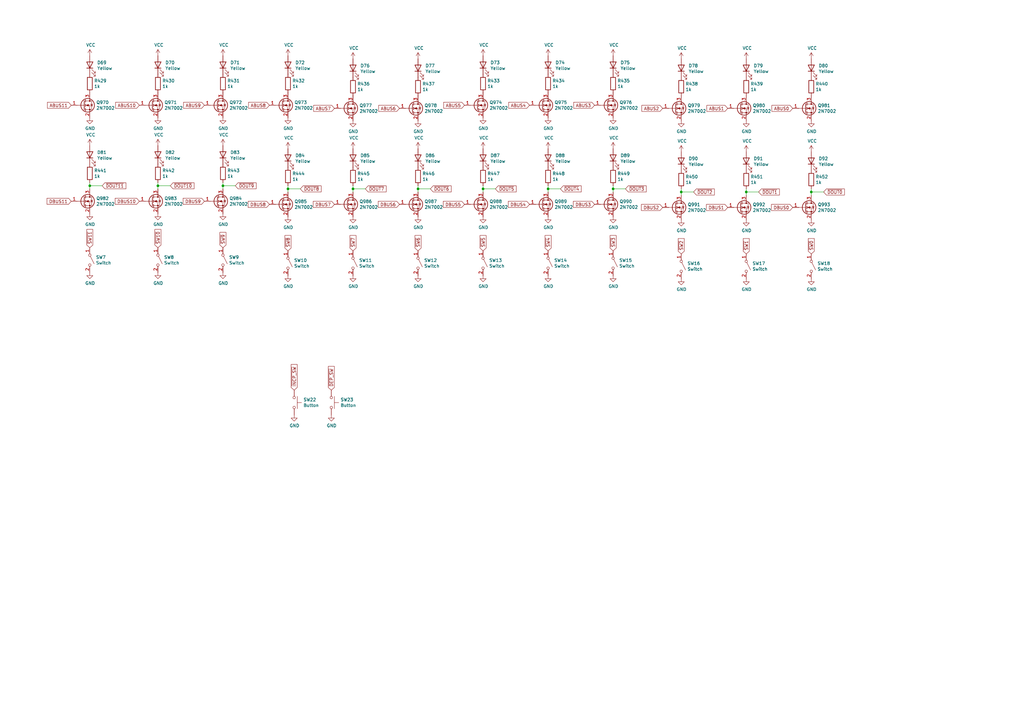
<source format=kicad_sch>
(kicad_sch (version 20211123) (generator eeschema)
  (paper "A3")
  (title_block (title "Q2 Computer") (date "2022-04-16") (rev "4c") (company "joewing.net"))
  (junction (at 224.79 77.47))
  (junction (at 306.07 78.74))
  (junction (at 171.45 77.47))
  (junction (at 91.44 76.2))
  (junction (at 198.12 77.47))
  (junction (at 144.78 77.47))
  (junction (at 64.77 76.2))
  (junction (at 332.74 78.74))
  (junction (at 118.11 77.47))
  (junction (at 36.83 76.2))
  (junction (at 279.4 78.74))
  (junction (at 251.46 77.47))
  (wire (pts (xy 171.45 76.2) (xy 171.45 77.47)))
  (wire (pts (xy 198.12 77.47) (xy 198.12 78.74)))
  (wire (pts (xy 41.91 76.2) (xy 36.83 76.2)))
  (wire (pts (xy 337.82 78.74) (xy 332.74 78.74)))
  (wire (pts (xy 198.12 76.2) (xy 198.12 77.47)))
  (wire (pts (xy 203.2 77.47) (xy 198.12 77.47)))
  (wire (pts (xy 36.83 76.2) (xy 36.83 77.47)))
  (wire (pts (xy 306.07 78.74) (xy 306.07 80.01)))
  (wire (pts (xy 224.79 76.2) (xy 224.79 77.47)))
  (wire (pts (xy 279.4 78.74) (xy 279.4 80.01)))
  (wire (pts (xy 91.44 76.2) (xy 91.44 77.47)))
  (wire (pts (xy 64.77 76.2) (xy 64.77 77.47)))
  (wire (pts (xy 118.11 76.2) (xy 118.11 77.47)))
  (wire (pts (xy 36.83 74.93) (xy 36.83 76.2)))
  (wire (pts (xy 69.85 76.2) (xy 64.77 76.2)))
  (wire (pts (xy 251.46 76.2) (xy 251.46 77.47)))
  (wire (pts (xy 96.52 76.2) (xy 91.44 76.2)))
  (wire (pts (xy 311.15 78.74) (xy 306.07 78.74)))
  (wire (pts (xy 64.77 74.93) (xy 64.77 76.2)))
  (wire (pts (xy 332.74 78.74) (xy 332.74 80.01)))
  (wire (pts (xy 176.53 77.47) (xy 171.45 77.47)))
  (wire (pts (xy 256.54 77.47) (xy 251.46 77.47)))
  (wire (pts (xy 171.45 77.47) (xy 171.45 78.74)))
  (wire (pts (xy 123.19 77.47) (xy 118.11 77.47)))
  (wire (pts (xy 332.74 77.47) (xy 332.74 78.74)))
  (wire (pts (xy 91.44 74.93) (xy 91.44 76.2)))
  (wire (pts (xy 251.46 77.47) (xy 251.46 78.74)))
  (wire (pts (xy 229.87 77.47) (xy 224.79 77.47)))
  (wire (pts (xy 306.07 77.47) (xy 306.07 78.74)))
  (wire (pts (xy 284.48 78.74) (xy 279.4 78.74)))
  (wire (pts (xy 279.4 77.47) (xy 279.4 78.74)))
  (wire (pts (xy 224.79 77.47) (xy 224.79 78.74)))
  (wire (pts (xy 149.86 77.47) (xy 144.78 77.47)))
  (wire (pts (xy 118.11 77.47) (xy 118.11 78.74)))
  (wire (pts (xy 144.78 77.47) (xy 144.78 78.74)))
  (wire (pts (xy 144.78 76.2) (xy 144.78 77.47)))
  (global_label "~{SW6}" (shape input) (at 171.45 102.87 90) (property "Intersheet References" "${INTERSHEET_REFS}" (effects hide)))
  (global_label "~{SW2}" (shape input) (at 279.4 104.14 90) (property "Intersheet References" "${INTERSHEET_REFS}" (effects hide)))
  (global_label "ABUS0" (shape input) (at 325.12 44.45 180) (property "Intersheet References" "${INTERSHEET_REFS}" (effects hide)))
  (global_label "~{DOUT3}" (shape input) (at 256.54 77.47 0) (property "Intersheet References" "${INTERSHEET_REFS}" (effects hide)))
  (global_label "~{SW7}" (shape input) (at 144.78 102.87 90) (property "Intersheet References" "${INTERSHEET_REFS}" (effects hide)))
  (global_label "~{DOUT0}" (shape input) (at 337.82 78.74 0) (property "Intersheet References" "${INTERSHEET_REFS}" (effects hide)))
  (global_label "DBUS0" (shape input) (at 325.12 85.09 180) (property "Intersheet References" "${INTERSHEET_REFS}" (effects hide)))
  (global_label "ABUS1" (shape input) (at 298.45 44.45 180) (property "Intersheet References" "${INTERSHEET_REFS}" (effects hide)))
  (global_label "~{SW10}" (shape input) (at 64.77 101.6 90) (property "Intersheet References" "${INTERSHEET_REFS}" (effects hide)))
  (global_label "~{DOUT9}" (shape input) (at 96.52 76.2 0) (property "Intersheet References" "${INTERSHEET_REFS}" (effects hide)))
  (global_label "~{DOUT8}" (shape input) (at 123.19 77.47 0) (property "Intersheet References" "${INTERSHEET_REFS}" (effects hide)))
  (global_label "~{SW4}" (shape input) (at 224.79 102.87 90) (property "Intersheet References" "${INTERSHEET_REFS}" (effects hide)))
  (global_label "~{DEP_SW}" (shape input) (at 135.89 160.02 90) (property "Intersheet References" "${INTERSHEET_REFS}" (effects hide)))
  (global_label "ABUS5" (shape input) (at 190.5 43.18 180) (property "Intersheet References" "${INTERSHEET_REFS}" (effects hide)))
  (global_label "DBUS11" (shape input) (at 29.21 82.55 180) (property "Intersheet References" "${INTERSHEET_REFS}" (effects hide)))
  (global_label "DBUS9" (shape input) (at 83.82 82.55 180) (property "Intersheet References" "${INTERSHEET_REFS}" (effects hide)))
  (global_label "DBUS10" (shape input) (at 57.15 82.55 180) (property "Intersheet References" "${INTERSHEET_REFS}" (effects hide)))
  (global_label "DBUS8" (shape input) (at 110.49 83.82 180) (property "Intersheet References" "${INTERSHEET_REFS}" (effects hide)))
  (global_label "ABUS8" (shape input) (at 110.49 43.18 180) (property "Intersheet References" "${INTERSHEET_REFS}" (effects hide)))
  (global_label "~{DOUT10}" (shape input) (at 69.85 76.2 0) (property "Intersheet References" "${INTERSHEET_REFS}" (effects hide)))
  (global_label "~{SW3}" (shape input) (at 251.46 102.87 90) (property "Intersheet References" "${INTERSHEET_REFS}" (effects hide)))
  (global_label "ABUS10" (shape input) (at 57.15 43.18 180) (property "Intersheet References" "${INTERSHEET_REFS}" (effects hide)))
  (global_label "~{DOUT11}" (shape input) (at 41.91 76.2 0) (property "Intersheet References" "${INTERSHEET_REFS}" (effects hide)))
  (global_label "DBUS6" (shape input) (at 163.83 83.82 180) (property "Intersheet References" "${INTERSHEET_REFS}" (effects hide)))
  (global_label "~{DOUT4}" (shape input) (at 229.87 77.47 0) (property "Intersheet References" "${INTERSHEET_REFS}" (effects hide)))
  (global_label "ABUS3" (shape input) (at 243.84 43.18 180) (property "Intersheet References" "${INTERSHEET_REFS}" (effects hide)))
  (global_label "~{DOUT6}" (shape input) (at 176.53 77.47 0) (property "Intersheet References" "${INTERSHEET_REFS}" (effects hide)))
  (global_label "~{SW5}" (shape input) (at 198.12 102.87 90) (property "Intersheet References" "${INTERSHEET_REFS}" (effects hide)))
  (global_label "ABUS4" (shape input) (at 217.17 43.18 180) (property "Intersheet References" "${INTERSHEET_REFS}" (effects hide)))
  (global_label "~{SW0}" (shape input) (at 332.74 104.14 90) (property "Intersheet References" "${INTERSHEET_REFS}" (effects hide)))
  (global_label "ABUS11" (shape input) (at 29.21 43.18 180) (property "Intersheet References" "${INTERSHEET_REFS}" (effects hide)))
  (global_label "DBUS7" (shape input) (at 137.16 83.82 180) (property "Intersheet References" "${INTERSHEET_REFS}" (effects hide)))
  (global_label "ABUS6" (shape input) (at 163.83 44.45 180) (property "Intersheet References" "${INTERSHEET_REFS}" (effects hide)))
  (global_label "~{SW9}" (shape input) (at 91.44 101.6 90) (property "Intersheet References" "${INTERSHEET_REFS}" (effects hide)))
  (global_label "~{SW8}" (shape input) (at 118.11 102.87 90) (property "Intersheet References" "${INTERSHEET_REFS}" (effects hide)))
  (global_label "~{SW1}" (shape input) (at 306.07 104.14 90) (property "Intersheet References" "${INTERSHEET_REFS}" (effects hide)))
  (global_label "~{DOUT2}" (shape input) (at 284.48 78.74 0) (property "Intersheet References" "${INTERSHEET_REFS}" (effects hide)))
  (global_label "~{DOUT5}" (shape input) (at 203.2 77.47 0) (property "Intersheet References" "${INTERSHEET_REFS}" (effects hide)))
  (global_label "DBUS1" (shape input) (at 298.45 85.09 180) (property "Intersheet References" "${INTERSHEET_REFS}" (effects hide)))
  (global_label "DBUS2" (shape input) (at 271.78 85.09 180) (property "Intersheet References" "${INTERSHEET_REFS}" (effects hide)))
  (global_label "~{INCP_SW}" (shape input) (at 120.65 160.02 90) (property "Intersheet References" "${INTERSHEET_REFS}" (effects hide)))
  (global_label "~{DOUT1}" (shape input) (at 311.15 78.74 0) (property "Intersheet References" "${INTERSHEET_REFS}" (effects hide)))
  (global_label "~{DOUT7}" (shape input) (at 149.86 77.47 0) (property "Intersheet References" "${INTERSHEET_REFS}" (effects hide)))
  (global_label "ABUS9" (shape input) (at 83.82 43.18 180) (property "Intersheet References" "${INTERSHEET_REFS}" (effects hide)))
  (global_label "DBUS3" (shape input) (at 243.84 83.82 180) (property "Intersheet References" "${INTERSHEET_REFS}" (effects hide)))
  (global_label "ABUS2" (shape input) (at 271.78 44.45 180) (property "Intersheet References" "${INTERSHEET_REFS}" (effects hide)))
  (global_label "ABUS7" (shape input) (at 137.16 44.45 180) (property "Intersheet References" "${INTERSHEET_REFS}" (effects hide)))
  (global_label "~{SW11}" (shape input) (at 36.83 101.6 90) (property "Intersheet References" "${INTERSHEET_REFS}" (effects hide)))
  (global_label "DBUS4" (shape input) (at 217.17 83.82 180) (property "Intersheet References" "${INTERSHEET_REFS}" (effects hide)))
  (global_label "DBUS5" (shape input) (at 190.5 83.82 180) (property "Intersheet References" "${INTERSHEET_REFS}" (effects hide)))
  (symbol (lib_id "Device:LED") (at 36.83 26.67 90) (unit 1)
    (property "Reference" "D69" (at 39.8272 25.6794 90) (effects (justify right)))
    (property "Value" "Yellow" (at 39.8272 27.9908 90) (effects (justify right)))
    (property "Footprint" "LED_SMD:LED_0805_2012Metric" (effects hide))
    (property "LCSC" "C2296" (effects hide))
    (property "Manufacturer" "Hubei KENTO Elec" (effects hide))
    (property "Part Number" "17-21SUYC/TR8" (effects hide))
    (property "Package" "0805" (effects hide))
    (property "Type" "SMD" (effects hide))
  )
  (symbol (lib_id "Device:R") (at 36.83 34.29 0) (unit 1)
    (property "Reference" "R429" (at 38.608 33.1216 0) (effects (justify left)))
    (property "Value" "1k" (at 38.608 35.433 0) (effects (justify left)))
    (property "Footprint" "Resistor_SMD:R_0603_1608Metric" (effects hide))
    (property "LCSC" "C21190" (effects hide))
    (property "Manufacturer" "UNI-ROYAL(Uniroyal Elec)" (effects hide))
    (property "Part Number" "0603WAF1001T5E" (effects hide))
    (property "Package" "0603" (effects hide))
    (property "Type" "SMD" (effects hide))
  )
  (symbol (lib_id "power:VCC") (at 36.83 22.86 0) (unit 1)
    (property "Reference" "#PWR0821" (effects hide))
    (property "Value" "VCC" (at 37.211 18.4658 0))
  )
  (symbol (lib_id "Transistor_FET:2N7002") (at 34.29 43.18 0) (unit 1)
    (property "Reference" "Q970" (at 39.4716 42.0116 0) (effects (justify left)))
    (property "Value" "2N7002" (at 39.4716 44.323 0) (effects (justify left)))
    (property "Footprint" "Package_TO_SOT_SMD:SOT-23" (effects hide))
    (property "LCSC" "C181083" (effects hide))
    (property "Manufacturer" "Guangdong Hottech" (effects hide))
    (property "Part Number" "2N7002" (effects hide))
    (property "Package" "SOT-23" (effects hide))
    (property "Type" "SMD" (effects hide))
  )
  (symbol (lib_id "power:GND") (at 36.83 48.26 0) (unit 1)
    (property "Reference" "#PWR0833" (effects hide))
    (property "Value" "GND" (at 36.957 52.6542 0))
  )
  (symbol (lib_id "Device:LED") (at 36.83 63.5 90) (unit 1)
    (property "Reference" "D81" (at 39.8272 62.5094 90) (effects (justify right)))
    (property "Value" "Yellow" (at 39.8272 64.8208 90) (effects (justify right)))
    (property "Footprint" "LED_SMD:LED_0805_2012Metric" (effects hide))
    (property "LCSC" "C2296" (effects hide))
    (property "Manufacturer" "Hubei KENTO Elec" (effects hide))
    (property "Part Number" "17-21SUYC/TR8" (effects hide))
    (property "Package" "0805" (effects hide))
    (property "Type" "SMD" (effects hide))
  )
  (symbol (lib_id "Device:R") (at 36.83 71.12 0) (unit 1)
    (property "Reference" "R441" (at 38.608 69.9516 0) (effects (justify left)))
    (property "Value" "1k" (at 38.608 72.263 0) (effects (justify left)))
    (property "Footprint" "Resistor_SMD:R_0603_1608Metric" (effects hide))
    (property "LCSC" "C21190" (effects hide))
    (property "Manufacturer" "UNI-ROYAL(Uniroyal Elec)" (effects hide))
    (property "Part Number" "0603WAF1001T5E" (effects hide))
    (property "Package" "0603" (effects hide))
    (property "Type" "SMD" (effects hide))
  )
  (symbol (lib_id "power:VCC") (at 36.83 59.69 0) (unit 1)
    (property "Reference" "#PWR0845" (effects hide))
    (property "Value" "VCC" (at 37.211 55.2958 0))
  )
  (symbol (lib_id "Transistor_FET:2N7002") (at 34.29 82.55 0) (unit 1)
    (property "Reference" "Q982" (at 39.4716 81.3816 0) (effects (justify left)))
    (property "Value" "2N7002" (at 39.4716 83.693 0) (effects (justify left)))
    (property "Footprint" "Package_TO_SOT_SMD:SOT-23" (effects hide))
    (property "LCSC" "C181083" (effects hide))
    (property "Manufacturer" "Guangdong Hottech" (effects hide))
    (property "Part Number" "2N7002" (effects hide))
    (property "Package" "SOT-23" (effects hide))
    (property "Type" "SMD" (effects hide))
  )
  (symbol (lib_id "power:GND") (at 36.83 87.63 0) (unit 1)
    (property "Reference" "#PWR0857" (effects hide))
    (property "Value" "GND" (at 36.957 92.0242 0))
  )
  (symbol (lib_id "Switch:SW_SPST") (at 36.83 106.68 270) (unit 1)
    (property "Reference" "SW7" (at 39.3192 105.5116 90) (effects (justify left)))
    (property "Value" "Switch" (at 39.3192 107.823 90) (effects (justify left)))
    (property "Footprint" "Button_Switch_SMD:TA-3524S-A2" (effects hide))
    (property "LCSC" "C514017" (effects hide))
    (property "Manufacturer" "Yuandi" (effects hide))
    (property "Part Number" "TA-3524S-A2" (effects hide))
    (property "Package" "6.6x2.7x2mm" (effects hide))
    (property "Type" "SMD" (effects hide))
  )
  (symbol (lib_id "power:GND") (at 36.83 111.76 0) (unit 1)
    (property "Reference" "#PWR0869" (effects hide))
    (property "Value" "GND" (at 36.957 116.1542 0))
  )
  (symbol (lib_id "Switch:SW_Push") (at 120.65 165.1 270) (unit 1)
    (property "Reference" "SW22" (at 124.4092 163.9316 90) (effects (justify left)))
    (property "Value" "Button" (at 124.4092 166.243 90) (effects (justify left)))
    (property "Footprint" "Button_Switch_SMD:SW_SPST_PTS645" (effects hide))
    (property "LCSC" "C620316" (effects hide))
    (property "Manufacturer" "USAKRO" (effects hide))
    (property "Part Number" "UK-B0228-G5-160-JZ" (effects hide))
    (property "Package" "6x6mm" (effects hide))
    (property "Type" "SMD" (effects hide))
  )
  (symbol (lib_id "power:GND") (at 120.65 170.18 0) (unit 1)
    (property "Reference" "#PWR0888" (effects hide))
    (property "Value" "GND" (at 120.777 174.5742 0))
  )
  (symbol (lib_id "Switch:SW_SPST") (at 64.77 106.68 270) (unit 1)
    (property "Reference" "SW8" (at 67.2592 105.5116 90) (effects (justify left)))
    (property "Value" "Switch" (at 67.2592 107.823 90) (effects (justify left)))
    (property "Footprint" "Button_Switch_SMD:TA-3524S-A2" (effects hide))
    (property "LCSC" "C514017" (effects hide))
    (property "Manufacturer" "Yuandi" (effects hide))
    (property "Part Number" "TA-3524S-A2" (effects hide))
    (property "Package" "6.6x2.7x2mm" (effects hide))
    (property "Type" "SMD" (effects hide))
  )
  (symbol (lib_id "power:GND") (at 64.77 111.76 0) (unit 1)
    (property "Reference" "#PWR0870" (effects hide))
    (property "Value" "GND" (at 64.897 116.1542 0))
  )
  (symbol (lib_id "Device:LED") (at 64.77 26.67 90) (unit 1)
    (property "Reference" "D70" (at 67.7672 25.6794 90) (effects (justify right)))
    (property "Value" "Yellow" (at 67.7672 27.9908 90) (effects (justify right)))
    (property "Footprint" "LED_SMD:LED_0805_2012Metric" (effects hide))
    (property "LCSC" "C2296" (effects hide))
    (property "Manufacturer" "Hubei KENTO Elec" (effects hide))
    (property "Part Number" "17-21SUYC/TR8" (effects hide))
    (property "Package" "0805" (effects hide))
    (property "Type" "SMD" (effects hide))
  )
  (symbol (lib_id "Device:R") (at 64.77 34.29 0) (unit 1)
    (property "Reference" "R430" (at 66.548 33.1216 0) (effects (justify left)))
    (property "Value" "1k" (at 66.548 35.433 0) (effects (justify left)))
    (property "Footprint" "Resistor_SMD:R_0603_1608Metric" (effects hide))
    (property "LCSC" "C21190" (effects hide))
    (property "Manufacturer" "UNI-ROYAL(Uniroyal Elec)" (effects hide))
    (property "Part Number" "0603WAF1001T5E" (effects hide))
    (property "Package" "0603" (effects hide))
    (property "Type" "SMD" (effects hide))
  )
  (symbol (lib_id "power:VCC") (at 64.77 22.86 0) (unit 1)
    (property "Reference" "#PWR0822" (effects hide))
    (property "Value" "VCC" (at 65.151 18.4658 0))
  )
  (symbol (lib_id "power:GND") (at 64.77 48.26 0) (unit 1)
    (property "Reference" "#PWR0834" (effects hide))
    (property "Value" "GND" (at 64.897 52.6542 0))
  )
  (symbol (lib_id "Device:LED") (at 64.77 63.5 90) (unit 1)
    (property "Reference" "D82" (at 67.7672 62.5094 90) (effects (justify right)))
    (property "Value" "Yellow" (at 67.7672 64.8208 90) (effects (justify right)))
    (property "Footprint" "LED_SMD:LED_0805_2012Metric" (effects hide))
    (property "LCSC" "C2296" (effects hide))
    (property "Manufacturer" "Hubei KENTO Elec" (effects hide))
    (property "Part Number" "17-21SUYC/TR8" (effects hide))
    (property "Package" "0805" (effects hide))
    (property "Type" "SMD" (effects hide))
  )
  (symbol (lib_id "Device:R") (at 64.77 71.12 0) (unit 1)
    (property "Reference" "R442" (at 66.548 69.9516 0) (effects (justify left)))
    (property "Value" "1k" (at 66.548 72.263 0) (effects (justify left)))
    (property "Footprint" "Resistor_SMD:R_0603_1608Metric" (effects hide))
    (property "LCSC" "C21190" (effects hide))
    (property "Manufacturer" "UNI-ROYAL(Uniroyal Elec)" (effects hide))
    (property "Part Number" "0603WAF1001T5E" (effects hide))
    (property "Package" "0603" (effects hide))
    (property "Type" "SMD" (effects hide))
  )
  (symbol (lib_id "power:VCC") (at 64.77 59.69 0) (unit 1)
    (property "Reference" "#PWR0846" (effects hide))
    (property "Value" "VCC" (at 65.151 55.2958 0))
  )
  (symbol (lib_id "Transistor_FET:2N7002") (at 62.23 82.55 0) (unit 1)
    (property "Reference" "Q983" (at 67.4116 81.3816 0) (effects (justify left)))
    (property "Value" "2N7002" (at 67.4116 83.693 0) (effects (justify left)))
    (property "Footprint" "Package_TO_SOT_SMD:SOT-23" (effects hide))
    (property "LCSC" "C181083" (effects hide))
    (property "Manufacturer" "Guangdong Hottech" (effects hide))
    (property "Part Number" "2N7002" (effects hide))
    (property "Package" "SOT-23" (effects hide))
    (property "Type" "SMD" (effects hide))
  )
  (symbol (lib_id "power:GND") (at 64.77 87.63 0) (unit 1)
    (property "Reference" "#PWR0858" (effects hide))
    (property "Value" "GND" (at 64.897 92.0242 0))
  )
  (symbol (lib_id "Transistor_FET:2N7002") (at 62.23 43.18 0) (unit 1)
    (property "Reference" "Q971" (at 67.4116 42.0116 0) (effects (justify left)))
    (property "Value" "2N7002" (at 67.4116 44.323 0) (effects (justify left)))
    (property "Footprint" "Package_TO_SOT_SMD:SOT-23" (effects hide))
    (property "LCSC" "C181083" (effects hide))
    (property "Manufacturer" "Guangdong Hottech" (effects hide))
    (property "Part Number" "2N7002" (effects hide))
    (property "Package" "SOT-23" (effects hide))
    (property "Type" "SMD" (effects hide))
  )
  (symbol (lib_id "Switch:SW_SPST") (at 91.44 106.68 270) (unit 1)
    (property "Reference" "SW9" (at 93.9292 105.5116 90) (effects (justify left)))
    (property "Value" "Switch" (at 93.9292 107.823 90) (effects (justify left)))
    (property "Footprint" "Button_Switch_SMD:TA-3524S-A2" (effects hide))
    (property "LCSC" "C514017" (effects hide))
    (property "Manufacturer" "Yuandi" (effects hide))
    (property "Part Number" "TA-3524S-A2" (effects hide))
    (property "Package" "6.6x2.7x2mm" (effects hide))
    (property "Type" "SMD" (effects hide))
  )
  (symbol (lib_id "power:GND") (at 91.44 111.76 0) (unit 1)
    (property "Reference" "#PWR0871" (effects hide))
    (property "Value" "GND" (at 91.567 116.1542 0))
  )
  (symbol (lib_id "Device:LED") (at 91.44 26.67 90) (unit 1)
    (property "Reference" "D71" (at 94.4372 25.6794 90) (effects (justify right)))
    (property "Value" "Yellow" (at 94.4372 27.9908 90) (effects (justify right)))
    (property "Footprint" "LED_SMD:LED_0805_2012Metric" (effects hide))
    (property "LCSC" "C2296" (effects hide))
    (property "Manufacturer" "Hubei KENTO Elec" (effects hide))
    (property "Part Number" "17-21SUYC/TR8" (effects hide))
    (property "Package" "0805" (effects hide))
    (property "Type" "SMD" (effects hide))
  )
  (symbol (lib_id "Device:R") (at 91.44 34.29 0) (unit 1)
    (property "Reference" "R431" (at 93.218 33.1216 0) (effects (justify left)))
    (property "Value" "1k" (at 93.218 35.433 0) (effects (justify left)))
    (property "Footprint" "Resistor_SMD:R_0603_1608Metric" (effects hide))
    (property "LCSC" "C21190" (effects hide))
    (property "Manufacturer" "UNI-ROYAL(Uniroyal Elec)" (effects hide))
    (property "Part Number" "0603WAF1001T5E" (effects hide))
    (property "Package" "0603" (effects hide))
    (property "Type" "SMD" (effects hide))
  )
  (symbol (lib_id "power:VCC") (at 91.44 22.86 0) (unit 1)
    (property "Reference" "#PWR0823" (effects hide))
    (property "Value" "VCC" (at 91.821 18.4658 0))
  )
  (symbol (lib_id "power:GND") (at 91.44 48.26 0) (unit 1)
    (property "Reference" "#PWR0835" (effects hide))
    (property "Value" "GND" (at 91.567 52.6542 0))
  )
  (symbol (lib_id "Device:LED") (at 91.44 63.5 90) (unit 1)
    (property "Reference" "D83" (at 94.4372 62.5094 90) (effects (justify right)))
    (property "Value" "Yellow" (at 94.4372 64.8208 90) (effects (justify right)))
    (property "Footprint" "LED_SMD:LED_0805_2012Metric" (effects hide))
    (property "LCSC" "C2296" (effects hide))
    (property "Manufacturer" "Hubei KENTO Elec" (effects hide))
    (property "Part Number" "17-21SUYC/TR8" (effects hide))
    (property "Package" "0805" (effects hide))
    (property "Type" "SMD" (effects hide))
  )
  (symbol (lib_id "Device:R") (at 91.44 71.12 0) (unit 1)
    (property "Reference" "R443" (at 93.218 69.9516 0) (effects (justify left)))
    (property "Value" "1k" (at 93.218 72.263 0) (effects (justify left)))
    (property "Footprint" "Resistor_SMD:R_0603_1608Metric" (effects hide))
    (property "LCSC" "C21190" (effects hide))
    (property "Manufacturer" "UNI-ROYAL(Uniroyal Elec)" (effects hide))
    (property "Part Number" "0603WAF1001T5E" (effects hide))
    (property "Package" "0603" (effects hide))
    (property "Type" "SMD" (effects hide))
  )
  (symbol (lib_id "power:VCC") (at 91.44 59.69 0) (unit 1)
    (property "Reference" "#PWR0847" (effects hide))
    (property "Value" "VCC" (at 91.821 55.2958 0))
  )
  (symbol (lib_id "Transistor_FET:2N7002") (at 88.9 82.55 0) (unit 1)
    (property "Reference" "Q984" (at 94.0816 81.3816 0) (effects (justify left)))
    (property "Value" "2N7002" (at 94.0816 83.693 0) (effects (justify left)))
    (property "Footprint" "Package_TO_SOT_SMD:SOT-23" (effects hide))
    (property "LCSC" "C181083" (effects hide))
    (property "Manufacturer" "Guangdong Hottech" (effects hide))
    (property "Part Number" "2N7002" (effects hide))
    (property "Package" "SOT-23" (effects hide))
    (property "Type" "SMD" (effects hide))
  )
  (symbol (lib_id "power:GND") (at 91.44 87.63 0) (unit 1)
    (property "Reference" "#PWR0859" (effects hide))
    (property "Value" "GND" (at 91.567 92.0242 0))
  )
  (symbol (lib_id "Transistor_FET:2N7002") (at 88.9 43.18 0) (unit 1)
    (property "Reference" "Q972" (at 94.0816 42.0116 0) (effects (justify left)))
    (property "Value" "2N7002" (at 94.0816 44.323 0) (effects (justify left)))
    (property "Footprint" "Package_TO_SOT_SMD:SOT-23" (effects hide))
    (property "LCSC" "C181083" (effects hide))
    (property "Manufacturer" "Guangdong Hottech" (effects hide))
    (property "Part Number" "2N7002" (effects hide))
    (property "Package" "SOT-23" (effects hide))
    (property "Type" "SMD" (effects hide))
  )
  (symbol (lib_id "Switch:SW_SPST") (at 118.11 107.95 270) (unit 1)
    (property "Reference" "SW10" (at 120.5992 106.7816 90) (effects (justify left)))
    (property "Value" "Switch" (at 120.5992 109.093 90) (effects (justify left)))
    (property "Footprint" "Button_Switch_SMD:TA-3524S-A2" (effects hide))
    (property "LCSC" "C514017" (effects hide))
    (property "Manufacturer" "Yuandi" (effects hide))
    (property "Part Number" "TA-3524S-A2" (effects hide))
    (property "Package" "6.6x2.7x2mm" (effects hide))
    (property "Type" "SMD" (effects hide))
  )
  (symbol (lib_id "power:GND") (at 118.11 113.03 0) (unit 1)
    (property "Reference" "#PWR0872" (effects hide))
    (property "Value" "GND" (at 118.237 117.4242 0))
  )
  (symbol (lib_id "Device:LED") (at 118.11 26.67 90) (unit 1)
    (property "Reference" "D72" (at 121.1072 25.6794 90) (effects (justify right)))
    (property "Value" "Yellow" (at 121.1072 27.9908 90) (effects (justify right)))
    (property "Footprint" "LED_SMD:LED_0805_2012Metric" (effects hide))
    (property "LCSC" "C2296" (effects hide))
    (property "Manufacturer" "Hubei KENTO Elec" (effects hide))
    (property "Part Number" "17-21SUYC/TR8" (effects hide))
    (property "Package" "0805" (effects hide))
    (property "Type" "SMD" (effects hide))
  )
  (symbol (lib_id "Device:R") (at 118.11 34.29 0) (unit 1)
    (property "Reference" "R432" (at 119.888 33.1216 0) (effects (justify left)))
    (property "Value" "1k" (at 119.888 35.433 0) (effects (justify left)))
    (property "Footprint" "Resistor_SMD:R_0603_1608Metric" (effects hide))
    (property "LCSC" "C21190" (effects hide))
    (property "Manufacturer" "UNI-ROYAL(Uniroyal Elec)" (effects hide))
    (property "Part Number" "0603WAF1001T5E" (effects hide))
    (property "Package" "0603" (effects hide))
    (property "Type" "SMD" (effects hide))
  )
  (symbol (lib_id "power:VCC") (at 118.11 22.86 0) (unit 1)
    (property "Reference" "#PWR0824" (effects hide))
    (property "Value" "VCC" (at 118.491 18.4658 0))
  )
  (symbol (lib_id "power:GND") (at 118.11 48.26 0) (unit 1)
    (property "Reference" "#PWR0836" (effects hide))
    (property "Value" "GND" (at 118.237 52.6542 0))
  )
  (symbol (lib_id "Device:LED") (at 118.11 64.77 90) (unit 1)
    (property "Reference" "D84" (at 121.1072 63.7794 90) (effects (justify right)))
    (property "Value" "Yellow" (at 121.1072 66.0908 90) (effects (justify right)))
    (property "Footprint" "LED_SMD:LED_0805_2012Metric" (effects hide))
    (property "LCSC" "C2296" (effects hide))
    (property "Manufacturer" "Hubei KENTO Elec" (effects hide))
    (property "Part Number" "17-21SUYC/TR8" (effects hide))
    (property "Package" "0805" (effects hide))
    (property "Type" "SMD" (effects hide))
  )
  (symbol (lib_id "Device:R") (at 118.11 72.39 0) (unit 1)
    (property "Reference" "R444" (at 119.888 71.2216 0) (effects (justify left)))
    (property "Value" "1k" (at 119.888 73.533 0) (effects (justify left)))
    (property "Footprint" "Resistor_SMD:R_0603_1608Metric" (effects hide))
    (property "LCSC" "C21190" (effects hide))
    (property "Manufacturer" "UNI-ROYAL(Uniroyal Elec)" (effects hide))
    (property "Part Number" "0603WAF1001T5E" (effects hide))
    (property "Package" "0603" (effects hide))
    (property "Type" "SMD" (effects hide))
  )
  (symbol (lib_id "power:VCC") (at 118.11 60.96 0) (unit 1)
    (property "Reference" "#PWR0848" (effects hide))
    (property "Value" "VCC" (at 118.491 56.5658 0))
  )
  (symbol (lib_id "Transistor_FET:2N7002") (at 115.57 83.82 0) (unit 1)
    (property "Reference" "Q985" (at 120.7516 82.6516 0) (effects (justify left)))
    (property "Value" "2N7002" (at 120.7516 84.963 0) (effects (justify left)))
    (property "Footprint" "Package_TO_SOT_SMD:SOT-23" (effects hide))
    (property "LCSC" "C181083" (effects hide))
    (property "Manufacturer" "Guangdong Hottech" (effects hide))
    (property "Part Number" "2N7002" (effects hide))
    (property "Package" "SOT-23" (effects hide))
    (property "Type" "SMD" (effects hide))
  )
  (symbol (lib_id "power:GND") (at 118.11 88.9 0) (unit 1)
    (property "Reference" "#PWR0860" (effects hide))
    (property "Value" "GND" (at 118.237 93.2942 0))
  )
  (symbol (lib_id "Transistor_FET:2N7002") (at 115.57 43.18 0) (unit 1)
    (property "Reference" "Q973" (at 120.7516 42.0116 0) (effects (justify left)))
    (property "Value" "2N7002" (at 120.7516 44.323 0) (effects (justify left)))
    (property "Footprint" "Package_TO_SOT_SMD:SOT-23" (effects hide))
    (property "LCSC" "C181083" (effects hide))
    (property "Manufacturer" "Guangdong Hottech" (effects hide))
    (property "Part Number" "2N7002" (effects hide))
    (property "Package" "SOT-23" (effects hide))
    (property "Type" "SMD" (effects hide))
  )
  (symbol (lib_id "Switch:SW_SPST") (at 144.78 107.95 270) (unit 1)
    (property "Reference" "SW11" (at 147.2692 106.7816 90) (effects (justify left)))
    (property "Value" "Switch" (at 147.2692 109.093 90) (effects (justify left)))
    (property "Footprint" "Button_Switch_SMD:TA-3524S-A2" (effects hide))
    (property "LCSC" "C514017" (effects hide))
    (property "Manufacturer" "Yuandi" (effects hide))
    (property "Part Number" "TA-3524S-A2" (effects hide))
    (property "Package" "6.6x2.7x2mm" (effects hide))
    (property "Type" "SMD" (effects hide))
  )
  (symbol (lib_id "power:GND") (at 144.78 113.03 0) (unit 1)
    (property "Reference" "#PWR0873" (effects hide))
    (property "Value" "GND" (at 144.907 117.4242 0))
  )
  (symbol (lib_id "Device:LED") (at 144.78 27.94 90) (unit 1)
    (property "Reference" "D76" (at 147.7772 26.9494 90) (effects (justify right)))
    (property "Value" "Yellow" (at 147.7772 29.2608 90) (effects (justify right)))
    (property "Footprint" "LED_SMD:LED_0805_2012Metric" (effects hide))
    (property "LCSC" "C2296" (effects hide))
    (property "Manufacturer" "Hubei KENTO Elec" (effects hide))
    (property "Part Number" "17-21SUYC/TR8" (effects hide))
    (property "Package" "0805" (effects hide))
    (property "Type" "SMD" (effects hide))
  )
  (symbol (lib_id "Device:R") (at 144.78 35.56 0) (unit 1)
    (property "Reference" "R436" (at 146.558 34.3916 0) (effects (justify left)))
    (property "Value" "1k" (at 146.558 36.703 0) (effects (justify left)))
    (property "Footprint" "Resistor_SMD:R_0603_1608Metric" (effects hide))
    (property "LCSC" "C21190" (effects hide))
    (property "Manufacturer" "UNI-ROYAL(Uniroyal Elec)" (effects hide))
    (property "Part Number" "0603WAF1001T5E" (effects hide))
    (property "Package" "0603" (effects hide))
    (property "Type" "SMD" (effects hide))
  )
  (symbol (lib_id "power:VCC") (at 144.78 24.13 0) (unit 1)
    (property "Reference" "#PWR0828" (effects hide))
    (property "Value" "VCC" (at 145.161 19.7358 0))
  )
  (symbol (lib_id "power:GND") (at 144.78 49.53 0) (unit 1)
    (property "Reference" "#PWR0840" (effects hide))
    (property "Value" "GND" (at 144.907 53.9242 0))
  )
  (symbol (lib_id "Device:LED") (at 144.78 64.77 90) (unit 1)
    (property "Reference" "D85" (at 147.7772 63.7794 90) (effects (justify right)))
    (property "Value" "Yellow" (at 147.7772 66.0908 90) (effects (justify right)))
    (property "Footprint" "LED_SMD:LED_0805_2012Metric" (effects hide))
    (property "LCSC" "C2296" (effects hide))
    (property "Manufacturer" "Hubei KENTO Elec" (effects hide))
    (property "Part Number" "17-21SUYC/TR8" (effects hide))
    (property "Package" "0805" (effects hide))
    (property "Type" "SMD" (effects hide))
  )
  (symbol (lib_id "Device:R") (at 144.78 72.39 0) (unit 1)
    (property "Reference" "R445" (at 146.558 71.2216 0) (effects (justify left)))
    (property "Value" "1k" (at 146.558 73.533 0) (effects (justify left)))
    (property "Footprint" "Resistor_SMD:R_0603_1608Metric" (effects hide))
    (property "LCSC" "C21190" (effects hide))
    (property "Manufacturer" "UNI-ROYAL(Uniroyal Elec)" (effects hide))
    (property "Part Number" "0603WAF1001T5E" (effects hide))
    (property "Package" "0603" (effects hide))
    (property "Type" "SMD" (effects hide))
  )
  (symbol (lib_id "power:VCC") (at 144.78 60.96 0) (unit 1)
    (property "Reference" "#PWR0849" (effects hide))
    (property "Value" "VCC" (at 145.161 56.5658 0))
  )
  (symbol (lib_id "Transistor_FET:2N7002") (at 142.24 83.82 0) (unit 1)
    (property "Reference" "Q986" (at 147.4216 82.6516 0) (effects (justify left)))
    (property "Value" "2N7002" (at 147.4216 84.963 0) (effects (justify left)))
    (property "Footprint" "Package_TO_SOT_SMD:SOT-23" (effects hide))
    (property "LCSC" "C181083" (effects hide))
    (property "Manufacturer" "Guangdong Hottech" (effects hide))
    (property "Part Number" "2N7002" (effects hide))
    (property "Package" "SOT-23" (effects hide))
    (property "Type" "SMD" (effects hide))
  )
  (symbol (lib_id "power:GND") (at 144.78 88.9 0) (unit 1)
    (property "Reference" "#PWR0861" (effects hide))
    (property "Value" "GND" (at 144.907 93.2942 0))
  )
  (symbol (lib_id "Transistor_FET:2N7002") (at 142.24 44.45 0) (unit 1)
    (property "Reference" "Q977" (at 147.4216 43.2816 0) (effects (justify left)))
    (property "Value" "2N7002" (at 147.4216 45.593 0) (effects (justify left)))
    (property "Footprint" "Package_TO_SOT_SMD:SOT-23" (effects hide))
    (property "LCSC" "C181083" (effects hide))
    (property "Manufacturer" "Guangdong Hottech" (effects hide))
    (property "Part Number" "2N7002" (effects hide))
    (property "Package" "SOT-23" (effects hide))
    (property "Type" "SMD" (effects hide))
  )
  (symbol (lib_id "Switch:SW_SPST") (at 171.45 107.95 270) (unit 1)
    (property "Reference" "SW12" (at 173.9392 106.7816 90) (effects (justify left)))
    (property "Value" "Switch" (at 173.9392 109.093 90) (effects (justify left)))
    (property "Footprint" "Button_Switch_SMD:TA-3524S-A2" (effects hide))
    (property "LCSC" "C514017" (effects hide))
    (property "Manufacturer" "Yuandi" (effects hide))
    (property "Part Number" "TA-3524S-A2" (effects hide))
    (property "Package" "6.6x2.7x2mm" (effects hide))
    (property "Type" "SMD" (effects hide))
  )
  (symbol (lib_id "power:GND") (at 171.45 113.03 0) (unit 1)
    (property "Reference" "#PWR0874" (effects hide))
    (property "Value" "GND" (at 171.577 117.4242 0))
  )
  (symbol (lib_id "Device:LED") (at 171.45 27.94 90) (unit 1)
    (property "Reference" "D77" (at 174.4472 26.9494 90) (effects (justify right)))
    (property "Value" "Yellow" (at 174.4472 29.2608 90) (effects (justify right)))
    (property "Footprint" "LED_SMD:LED_0805_2012Metric" (effects hide))
    (property "LCSC" "C2296" (effects hide))
    (property "Manufacturer" "Hubei KENTO Elec" (effects hide))
    (property "Part Number" "17-21SUYC/TR8" (effects hide))
    (property "Package" "0805" (effects hide))
    (property "Type" "SMD" (effects hide))
  )
  (symbol (lib_id "Device:R") (at 171.45 35.56 0) (unit 1)
    (property "Reference" "R437" (at 173.228 34.3916 0) (effects (justify left)))
    (property "Value" "1k" (at 173.228 36.703 0) (effects (justify left)))
    (property "Footprint" "Resistor_SMD:R_0603_1608Metric" (effects hide))
    (property "LCSC" "C21190" (effects hide))
    (property "Manufacturer" "UNI-ROYAL(Uniroyal Elec)" (effects hide))
    (property "Part Number" "0603WAF1001T5E" (effects hide))
    (property "Package" "0603" (effects hide))
    (property "Type" "SMD" (effects hide))
  )
  (symbol (lib_id "power:VCC") (at 171.45 24.13 0) (unit 1)
    (property "Reference" "#PWR0829" (effects hide))
    (property "Value" "VCC" (at 171.831 19.7358 0))
  )
  (symbol (lib_id "power:GND") (at 171.45 49.53 0) (unit 1)
    (property "Reference" "#PWR0841" (effects hide))
    (property "Value" "GND" (at 171.577 53.9242 0))
  )
  (symbol (lib_id "Device:LED") (at 171.45 64.77 90) (unit 1)
    (property "Reference" "D86" (at 174.4472 63.7794 90) (effects (justify right)))
    (property "Value" "Yellow" (at 174.4472 66.0908 90) (effects (justify right)))
    (property "Footprint" "LED_SMD:LED_0805_2012Metric" (effects hide))
    (property "LCSC" "C2296" (effects hide))
    (property "Manufacturer" "Hubei KENTO Elec" (effects hide))
    (property "Part Number" "17-21SUYC/TR8" (effects hide))
    (property "Package" "0805" (effects hide))
    (property "Type" "SMD" (effects hide))
  )
  (symbol (lib_id "Device:R") (at 171.45 72.39 0) (unit 1)
    (property "Reference" "R446" (at 173.228 71.2216 0) (effects (justify left)))
    (property "Value" "1k" (at 173.228 73.533 0) (effects (justify left)))
    (property "Footprint" "Resistor_SMD:R_0603_1608Metric" (effects hide))
    (property "LCSC" "C21190" (effects hide))
    (property "Manufacturer" "UNI-ROYAL(Uniroyal Elec)" (effects hide))
    (property "Part Number" "0603WAF1001T5E" (effects hide))
    (property "Package" "0603" (effects hide))
    (property "Type" "SMD" (effects hide))
  )
  (symbol (lib_id "power:VCC") (at 171.45 60.96 0) (unit 1)
    (property "Reference" "#PWR0850" (effects hide))
    (property "Value" "VCC" (at 171.831 56.5658 0))
  )
  (symbol (lib_id "Transistor_FET:2N7002") (at 168.91 83.82 0) (unit 1)
    (property "Reference" "Q987" (at 174.0916 82.6516 0) (effects (justify left)))
    (property "Value" "2N7002" (at 174.0916 84.963 0) (effects (justify left)))
    (property "Footprint" "Package_TO_SOT_SMD:SOT-23" (effects hide))
    (property "LCSC" "C181083" (effects hide))
    (property "Manufacturer" "Guangdong Hottech" (effects hide))
    (property "Part Number" "2N7002" (effects hide))
    (property "Package" "SOT-23" (effects hide))
    (property "Type" "SMD" (effects hide))
  )
  (symbol (lib_id "power:GND") (at 171.45 88.9 0) (unit 1)
    (property "Reference" "#PWR0862" (effects hide))
    (property "Value" "GND" (at 171.577 93.2942 0))
  )
  (symbol (lib_id "Transistor_FET:2N7002") (at 168.91 44.45 0) (unit 1)
    (property "Reference" "Q978" (at 174.0916 43.2816 0) (effects (justify left)))
    (property "Value" "2N7002" (at 174.0916 45.593 0) (effects (justify left)))
    (property "Footprint" "Package_TO_SOT_SMD:SOT-23" (effects hide))
    (property "LCSC" "C181083" (effects hide))
    (property "Manufacturer" "Guangdong Hottech" (effects hide))
    (property "Part Number" "2N7002" (effects hide))
    (property "Package" "SOT-23" (effects hide))
    (property "Type" "SMD" (effects hide))
  )
  (symbol (lib_id "Switch:SW_SPST") (at 198.12 107.95 270) (unit 1)
    (property "Reference" "SW13" (at 200.6092 106.7816 90) (effects (justify left)))
    (property "Value" "Switch" (at 200.6092 109.093 90) (effects (justify left)))
    (property "Footprint" "Button_Switch_SMD:TA-3524S-A2" (effects hide))
    (property "LCSC" "C514017" (effects hide))
    (property "Manufacturer" "Yuandi" (effects hide))
    (property "Part Number" "TA-3524S-A2" (effects hide))
    (property "Package" "6.6x2.7x2mm" (effects hide))
    (property "Type" "SMD" (effects hide))
  )
  (symbol (lib_id "power:GND") (at 198.12 113.03 0) (unit 1)
    (property "Reference" "#PWR0875" (effects hide))
    (property "Value" "GND" (at 198.247 117.4242 0))
  )
  (symbol (lib_id "Device:LED") (at 198.12 26.67 90) (unit 1)
    (property "Reference" "D73" (at 201.1172 25.6794 90) (effects (justify right)))
    (property "Value" "Yellow" (at 201.1172 27.9908 90) (effects (justify right)))
    (property "Footprint" "LED_SMD:LED_0805_2012Metric" (effects hide))
    (property "LCSC" "C2296" (effects hide))
    (property "Manufacturer" "Hubei KENTO Elec" (effects hide))
    (property "Part Number" "17-21SUYC/TR8" (effects hide))
    (property "Package" "0805" (effects hide))
    (property "Type" "SMD" (effects hide))
  )
  (symbol (lib_id "Device:R") (at 198.12 34.29 0) (unit 1)
    (property "Reference" "R433" (at 199.898 33.1216 0) (effects (justify left)))
    (property "Value" "1k" (at 199.898 35.433 0) (effects (justify left)))
    (property "Footprint" "Resistor_SMD:R_0603_1608Metric" (effects hide))
    (property "LCSC" "C21190" (effects hide))
    (property "Manufacturer" "UNI-ROYAL(Uniroyal Elec)" (effects hide))
    (property "Part Number" "0603WAF1001T5E" (effects hide))
    (property "Package" "0603" (effects hide))
    (property "Type" "SMD" (effects hide))
  )
  (symbol (lib_id "power:VCC") (at 198.12 22.86 0) (unit 1)
    (property "Reference" "#PWR0825" (effects hide))
    (property "Value" "VCC" (at 198.501 18.4658 0))
  )
  (symbol (lib_id "power:GND") (at 198.12 48.26 0) (unit 1)
    (property "Reference" "#PWR0837" (effects hide))
    (property "Value" "GND" (at 198.247 52.6542 0))
  )
  (symbol (lib_id "Device:LED") (at 198.12 64.77 90) (unit 1)
    (property "Reference" "D87" (at 201.1172 63.7794 90) (effects (justify right)))
    (property "Value" "Yellow" (at 201.1172 66.0908 90) (effects (justify right)))
    (property "Footprint" "LED_SMD:LED_0805_2012Metric" (effects hide))
    (property "LCSC" "C2296" (effects hide))
    (property "Manufacturer" "Hubei KENTO Elec" (effects hide))
    (property "Part Number" "17-21SUYC/TR8" (effects hide))
    (property "Package" "0805" (effects hide))
    (property "Type" "SMD" (effects hide))
  )
  (symbol (lib_id "Device:R") (at 198.12 72.39 0) (unit 1)
    (property "Reference" "R447" (at 199.898 71.2216 0) (effects (justify left)))
    (property "Value" "1k" (at 199.898 73.533 0) (effects (justify left)))
    (property "Footprint" "Resistor_SMD:R_0603_1608Metric" (effects hide))
    (property "LCSC" "C21190" (effects hide))
    (property "Manufacturer" "UNI-ROYAL(Uniroyal Elec)" (effects hide))
    (property "Part Number" "0603WAF1001T5E" (effects hide))
    (property "Package" "0603" (effects hide))
    (property "Type" "SMD" (effects hide))
  )
  (symbol (lib_id "power:VCC") (at 198.12 60.96 0) (unit 1)
    (property "Reference" "#PWR0851" (effects hide))
    (property "Value" "VCC" (at 198.501 56.5658 0))
  )
  (symbol (lib_id "Transistor_FET:2N7002") (at 195.58 83.82 0) (unit 1)
    (property "Reference" "Q988" (at 200.7616 82.6516 0) (effects (justify left)))
    (property "Value" "2N7002" (at 200.7616 84.963 0) (effects (justify left)))
    (property "Footprint" "Package_TO_SOT_SMD:SOT-23" (effects hide))
    (property "LCSC" "C181083" (effects hide))
    (property "Manufacturer" "Guangdong Hottech" (effects hide))
    (property "Part Number" "2N7002" (effects hide))
    (property "Package" "SOT-23" (effects hide))
    (property "Type" "SMD" (effects hide))
  )
  (symbol (lib_id "power:GND") (at 198.12 88.9 0) (unit 1)
    (property "Reference" "#PWR0863" (effects hide))
    (property "Value" "GND" (at 198.247 93.2942 0))
  )
  (symbol (lib_id "Transistor_FET:2N7002") (at 195.58 43.18 0) (unit 1)
    (property "Reference" "Q974" (at 200.7616 42.0116 0) (effects (justify left)))
    (property "Value" "2N7002" (at 200.7616 44.323 0) (effects (justify left)))
    (property "Footprint" "Package_TO_SOT_SMD:SOT-23" (effects hide))
    (property "LCSC" "C181083" (effects hide))
    (property "Manufacturer" "Guangdong Hottech" (effects hide))
    (property "Part Number" "2N7002" (effects hide))
    (property "Package" "SOT-23" (effects hide))
    (property "Type" "SMD" (effects hide))
  )
  (symbol (lib_id "Switch:SW_SPST") (at 224.79 107.95 270) (unit 1)
    (property "Reference" "SW14" (at 227.2792 106.7816 90) (effects (justify left)))
    (property "Value" "Switch" (at 227.2792 109.093 90) (effects (justify left)))
    (property "Footprint" "Button_Switch_SMD:TA-3524S-A2" (effects hide))
    (property "LCSC" "C514017" (effects hide))
    (property "Manufacturer" "Yuandi" (effects hide))
    (property "Part Number" "TA-3524S-A2" (effects hide))
    (property "Package" "6.6x2.7x2mm" (effects hide))
    (property "Type" "SMD" (effects hide))
  )
  (symbol (lib_id "power:GND") (at 224.79 113.03 0) (unit 1)
    (property "Reference" "#PWR0876" (effects hide))
    (property "Value" "GND" (at 224.917 117.4242 0))
  )
  (symbol (lib_id "Device:LED") (at 224.79 26.67 90) (unit 1)
    (property "Reference" "D74" (at 227.7872 25.6794 90) (effects (justify right)))
    (property "Value" "Yellow" (at 227.7872 27.9908 90) (effects (justify right)))
    (property "Footprint" "LED_SMD:LED_0805_2012Metric" (effects hide))
    (property "LCSC" "C2296" (effects hide))
    (property "Manufacturer" "Hubei KENTO Elec" (effects hide))
    (property "Part Number" "17-21SUYC/TR8" (effects hide))
    (property "Package" "0805" (effects hide))
    (property "Type" "SMD" (effects hide))
  )
  (symbol (lib_id "Device:R") (at 224.79 34.29 0) (unit 1)
    (property "Reference" "R434" (at 226.568 33.1216 0) (effects (justify left)))
    (property "Value" "1k" (at 226.568 35.433 0) (effects (justify left)))
    (property "Footprint" "Resistor_SMD:R_0603_1608Metric" (effects hide))
    (property "LCSC" "C21190" (effects hide))
    (property "Manufacturer" "UNI-ROYAL(Uniroyal Elec)" (effects hide))
    (property "Part Number" "0603WAF1001T5E" (effects hide))
    (property "Package" "0603" (effects hide))
    (property "Type" "SMD" (effects hide))
  )
  (symbol (lib_id "power:VCC") (at 224.79 22.86 0) (unit 1)
    (property "Reference" "#PWR0826" (effects hide))
    (property "Value" "VCC" (at 225.171 18.4658 0))
  )
  (symbol (lib_id "power:GND") (at 224.79 48.26 0) (unit 1)
    (property "Reference" "#PWR0838" (effects hide))
    (property "Value" "GND" (at 224.917 52.6542 0))
  )
  (symbol (lib_id "Device:LED") (at 224.79 64.77 90) (unit 1)
    (property "Reference" "D88" (at 227.7872 63.7794 90) (effects (justify right)))
    (property "Value" "Yellow" (at 227.7872 66.0908 90) (effects (justify right)))
    (property "Footprint" "LED_SMD:LED_0805_2012Metric" (effects hide))
    (property "LCSC" "C2296" (effects hide))
    (property "Manufacturer" "Hubei KENTO Elec" (effects hide))
    (property "Part Number" "17-21SUYC/TR8" (effects hide))
    (property "Package" "0805" (effects hide))
    (property "Type" "SMD" (effects hide))
  )
  (symbol (lib_id "Device:R") (at 224.79 72.39 0) (unit 1)
    (property "Reference" "R448" (at 226.568 71.2216 0) (effects (justify left)))
    (property "Value" "1k" (at 226.568 73.533 0) (effects (justify left)))
    (property "Footprint" "Resistor_SMD:R_0603_1608Metric" (effects hide))
    (property "LCSC" "C21190" (effects hide))
    (property "Manufacturer" "UNI-ROYAL(Uniroyal Elec)" (effects hide))
    (property "Part Number" "0603WAF1001T5E" (effects hide))
    (property "Package" "0603" (effects hide))
    (property "Type" "SMD" (effects hide))
  )
  (symbol (lib_id "power:VCC") (at 224.79 60.96 0) (unit 1)
    (property "Reference" "#PWR0852" (effects hide))
    (property "Value" "VCC" (at 225.171 56.5658 0))
  )
  (symbol (lib_id "Transistor_FET:2N7002") (at 222.25 83.82 0) (unit 1)
    (property "Reference" "Q989" (at 227.4316 82.6516 0) (effects (justify left)))
    (property "Value" "2N7002" (at 227.4316 84.963 0) (effects (justify left)))
    (property "Footprint" "Package_TO_SOT_SMD:SOT-23" (effects hide))
    (property "LCSC" "C181083" (effects hide))
    (property "Manufacturer" "Guangdong Hottech" (effects hide))
    (property "Part Number" "2N7002" (effects hide))
    (property "Package" "SOT-23" (effects hide))
    (property "Type" "SMD" (effects hide))
  )
  (symbol (lib_id "power:GND") (at 224.79 88.9 0) (unit 1)
    (property "Reference" "#PWR0864" (effects hide))
    (property "Value" "GND" (at 224.917 93.2942 0))
  )
  (symbol (lib_id "Transistor_FET:2N7002") (at 222.25 43.18 0) (unit 1)
    (property "Reference" "Q975" (at 227.4316 42.0116 0) (effects (justify left)))
    (property "Value" "2N7002" (at 227.4316 44.323 0) (effects (justify left)))
    (property "Footprint" "Package_TO_SOT_SMD:SOT-23" (effects hide))
    (property "LCSC" "C181083" (effects hide))
    (property "Manufacturer" "Guangdong Hottech" (effects hide))
    (property "Part Number" "2N7002" (effects hide))
    (property "Package" "SOT-23" (effects hide))
    (property "Type" "SMD" (effects hide))
  )
  (symbol (lib_id "Switch:SW_SPST") (at 251.46 107.95 270) (unit 1)
    (property "Reference" "SW15" (at 253.9492 106.7816 90) (effects (justify left)))
    (property "Value" "Switch" (at 253.9492 109.093 90) (effects (justify left)))
    (property "Footprint" "Button_Switch_SMD:TA-3524S-A2" (effects hide))
    (property "LCSC" "C514017" (effects hide))
    (property "Manufacturer" "Yuandi" (effects hide))
    (property "Part Number" "TA-3524S-A2" (effects hide))
    (property "Package" "6.6x2.7x2mm" (effects hide))
    (property "Type" "SMD" (effects hide))
  )
  (symbol (lib_id "power:GND") (at 251.46 113.03 0) (unit 1)
    (property "Reference" "#PWR0877" (effects hide))
    (property "Value" "GND" (at 251.587 117.4242 0))
  )
  (symbol (lib_id "Device:LED") (at 251.46 26.67 90) (unit 1)
    (property "Reference" "D75" (at 254.4572 25.6794 90) (effects (justify right)))
    (property "Value" "Yellow" (at 254.4572 27.9908 90) (effects (justify right)))
    (property "Footprint" "LED_SMD:LED_0805_2012Metric" (effects hide))
    (property "LCSC" "C2296" (effects hide))
    (property "Manufacturer" "Hubei KENTO Elec" (effects hide))
    (property "Part Number" "17-21SUYC/TR8" (effects hide))
    (property "Package" "0805" (effects hide))
    (property "Type" "SMD" (effects hide))
  )
  (symbol (lib_id "Device:R") (at 251.46 34.29 0) (unit 1)
    (property "Reference" "R435" (at 253.238 33.1216 0) (effects (justify left)))
    (property "Value" "1k" (at 253.238 35.433 0) (effects (justify left)))
    (property "Footprint" "Resistor_SMD:R_0603_1608Metric" (effects hide))
    (property "LCSC" "C21190" (effects hide))
    (property "Manufacturer" "UNI-ROYAL(Uniroyal Elec)" (effects hide))
    (property "Part Number" "0603WAF1001T5E" (effects hide))
    (property "Package" "0603" (effects hide))
    (property "Type" "SMD" (effects hide))
  )
  (symbol (lib_id "power:VCC") (at 251.46 22.86 0) (unit 1)
    (property "Reference" "#PWR0827" (effects hide))
    (property "Value" "VCC" (at 251.841 18.4658 0))
  )
  (symbol (lib_id "power:GND") (at 251.46 48.26 0) (unit 1)
    (property "Reference" "#PWR0839" (effects hide))
    (property "Value" "GND" (at 251.587 52.6542 0))
  )
  (symbol (lib_id "Device:LED") (at 251.46 64.77 90) (unit 1)
    (property "Reference" "D89" (at 254.4572 63.7794 90) (effects (justify right)))
    (property "Value" "Yellow" (at 254.4572 66.0908 90) (effects (justify right)))
    (property "Footprint" "LED_SMD:LED_0805_2012Metric" (effects hide))
    (property "LCSC" "C2296" (effects hide))
    (property "Manufacturer" "Hubei KENTO Elec" (effects hide))
    (property "Part Number" "17-21SUYC/TR8" (effects hide))
    (property "Package" "0805" (effects hide))
    (property "Type" "SMD" (effects hide))
  )
  (symbol (lib_id "Device:R") (at 251.46 72.39 0) (unit 1)
    (property "Reference" "R449" (at 253.238 71.2216 0) (effects (justify left)))
    (property "Value" "1k" (at 253.238 73.533 0) (effects (justify left)))
    (property "Footprint" "Resistor_SMD:R_0603_1608Metric" (effects hide))
    (property "LCSC" "C21190" (effects hide))
    (property "Manufacturer" "UNI-ROYAL(Uniroyal Elec)" (effects hide))
    (property "Part Number" "0603WAF1001T5E" (effects hide))
    (property "Package" "0603" (effects hide))
    (property "Type" "SMD" (effects hide))
  )
  (symbol (lib_id "power:VCC") (at 251.46 60.96 0) (unit 1)
    (property "Reference" "#PWR0853" (effects hide))
    (property "Value" "VCC" (at 251.841 56.5658 0))
  )
  (symbol (lib_id "Transistor_FET:2N7002") (at 248.92 83.82 0) (unit 1)
    (property "Reference" "Q990" (at 254.1016 82.6516 0) (effects (justify left)))
    (property "Value" "2N7002" (at 254.1016 84.963 0) (effects (justify left)))
    (property "Footprint" "Package_TO_SOT_SMD:SOT-23" (effects hide))
    (property "LCSC" "C181083" (effects hide))
    (property "Manufacturer" "Guangdong Hottech" (effects hide))
    (property "Part Number" "2N7002" (effects hide))
    (property "Package" "SOT-23" (effects hide))
    (property "Type" "SMD" (effects hide))
  )
  (symbol (lib_id "power:GND") (at 251.46 88.9 0) (unit 1)
    (property "Reference" "#PWR0865" (effects hide))
    (property "Value" "GND" (at 251.587 93.2942 0))
  )
  (symbol (lib_id "Transistor_FET:2N7002") (at 248.92 43.18 0) (unit 1)
    (property "Reference" "Q976" (at 254.1016 42.0116 0) (effects (justify left)))
    (property "Value" "2N7002" (at 254.1016 44.323 0) (effects (justify left)))
    (property "Footprint" "Package_TO_SOT_SMD:SOT-23" (effects hide))
    (property "LCSC" "C181083" (effects hide))
    (property "Manufacturer" "Guangdong Hottech" (effects hide))
    (property "Part Number" "2N7002" (effects hide))
    (property "Package" "SOT-23" (effects hide))
    (property "Type" "SMD" (effects hide))
  )
  (symbol (lib_id "Switch:SW_SPST") (at 279.4 109.22 270) (unit 1)
    (property "Reference" "SW16" (at 281.8892 108.0516 90) (effects (justify left)))
    (property "Value" "Switch" (at 281.8892 110.363 90) (effects (justify left)))
    (property "Footprint" "Button_Switch_SMD:TA-3524S-A2" (effects hide))
    (property "LCSC" "C514017" (effects hide))
    (property "Manufacturer" "Yuandi" (effects hide))
    (property "Part Number" "TA-3524S-A2" (effects hide))
    (property "Package" "6.6x2.7x2mm" (effects hide))
    (property "Type" "SMD" (effects hide))
  )
  (symbol (lib_id "power:GND") (at 279.4 114.3 0) (unit 1)
    (property "Reference" "#PWR0878" (effects hide))
    (property "Value" "GND" (at 279.527 118.6942 0))
  )
  (symbol (lib_id "Device:LED") (at 279.4 27.94 90) (unit 1)
    (property "Reference" "D78" (at 282.3972 26.9494 90) (effects (justify right)))
    (property "Value" "Yellow" (at 282.3972 29.2608 90) (effects (justify right)))
    (property "Footprint" "LED_SMD:LED_0805_2012Metric" (effects hide))
    (property "LCSC" "C2296" (effects hide))
    (property "Manufacturer" "Hubei KENTO Elec" (effects hide))
    (property "Part Number" "17-21SUYC/TR8" (effects hide))
    (property "Package" "0805" (effects hide))
    (property "Type" "SMD" (effects hide))
  )
  (symbol (lib_id "Device:R") (at 279.4 35.56 0) (unit 1)
    (property "Reference" "R438" (at 281.178 34.3916 0) (effects (justify left)))
    (property "Value" "1k" (at 281.178 36.703 0) (effects (justify left)))
    (property "Footprint" "Resistor_SMD:R_0603_1608Metric" (effects hide))
    (property "LCSC" "C21190" (effects hide))
    (property "Manufacturer" "UNI-ROYAL(Uniroyal Elec)" (effects hide))
    (property "Part Number" "0603WAF1001T5E" (effects hide))
    (property "Package" "0603" (effects hide))
    (property "Type" "SMD" (effects hide))
  )
  (symbol (lib_id "power:VCC") (at 279.4 24.13 0) (unit 1)
    (property "Reference" "#PWR0830" (effects hide))
    (property "Value" "VCC" (at 279.781 19.7358 0))
  )
  (symbol (lib_id "power:GND") (at 279.4 49.53 0) (unit 1)
    (property "Reference" "#PWR0842" (effects hide))
    (property "Value" "GND" (at 279.527 53.9242 0))
  )
  (symbol (lib_id "Device:LED") (at 279.4 66.04 90) (unit 1)
    (property "Reference" "D90" (at 282.3972 65.0494 90) (effects (justify right)))
    (property "Value" "Yellow" (at 282.3972 67.3608 90) (effects (justify right)))
    (property "Footprint" "LED_SMD:LED_0805_2012Metric" (effects hide))
    (property "LCSC" "C2296" (effects hide))
    (property "Manufacturer" "Hubei KENTO Elec" (effects hide))
    (property "Part Number" "17-21SUYC/TR8" (effects hide))
    (property "Package" "0805" (effects hide))
    (property "Type" "SMD" (effects hide))
  )
  (symbol (lib_id "Device:R") (at 279.4 73.66 0) (unit 1)
    (property "Reference" "R450" (at 281.178 72.4916 0) (effects (justify left)))
    (property "Value" "1k" (at 281.178 74.803 0) (effects (justify left)))
    (property "Footprint" "Resistor_SMD:R_0603_1608Metric" (effects hide))
    (property "LCSC" "C21190" (effects hide))
    (property "Manufacturer" "UNI-ROYAL(Uniroyal Elec)" (effects hide))
    (property "Part Number" "0603WAF1001T5E" (effects hide))
    (property "Package" "0603" (effects hide))
    (property "Type" "SMD" (effects hide))
  )
  (symbol (lib_id "power:VCC") (at 279.4 62.23 0) (unit 1)
    (property "Reference" "#PWR0854" (effects hide))
    (property "Value" "VCC" (at 279.781 57.8358 0))
  )
  (symbol (lib_id "Transistor_FET:2N7002") (at 276.86 85.09 0) (unit 1)
    (property "Reference" "Q991" (at 282.0416 83.9216 0) (effects (justify left)))
    (property "Value" "2N7002" (at 282.0416 86.233 0) (effects (justify left)))
    (property "Footprint" "Package_TO_SOT_SMD:SOT-23" (effects hide))
    (property "LCSC" "C181083" (effects hide))
    (property "Manufacturer" "Guangdong Hottech" (effects hide))
    (property "Part Number" "2N7002" (effects hide))
    (property "Package" "SOT-23" (effects hide))
    (property "Type" "SMD" (effects hide))
  )
  (symbol (lib_id "power:GND") (at 279.4 90.17 0) (unit 1)
    (property "Reference" "#PWR0866" (effects hide))
    (property "Value" "GND" (at 279.527 94.5642 0))
  )
  (symbol (lib_id "Transistor_FET:2N7002") (at 276.86 44.45 0) (unit 1)
    (property "Reference" "Q979" (at 282.0416 43.2816 0) (effects (justify left)))
    (property "Value" "2N7002" (at 282.0416 45.593 0) (effects (justify left)))
    (property "Footprint" "Package_TO_SOT_SMD:SOT-23" (effects hide))
    (property "LCSC" "C181083" (effects hide))
    (property "Manufacturer" "Guangdong Hottech" (effects hide))
    (property "Part Number" "2N7002" (effects hide))
    (property "Package" "SOT-23" (effects hide))
    (property "Type" "SMD" (effects hide))
  )
  (symbol (lib_id "Switch:SW_SPST") (at 306.07 109.22 270) (unit 1)
    (property "Reference" "SW17" (at 308.5592 108.0516 90) (effects (justify left)))
    (property "Value" "Switch" (at 308.5592 110.363 90) (effects (justify left)))
    (property "Footprint" "Button_Switch_SMD:TA-3524S-A2" (effects hide))
    (property "LCSC" "C514017" (effects hide))
    (property "Manufacturer" "Yuandi" (effects hide))
    (property "Part Number" "TA-3524S-A2" (effects hide))
    (property "Package" "6.6x2.7x2mm" (effects hide))
    (property "Type" "SMD" (effects hide))
  )
  (symbol (lib_id "power:GND") (at 306.07 114.3 0) (unit 1)
    (property "Reference" "#PWR0879" (effects hide))
    (property "Value" "GND" (at 306.197 118.6942 0))
  )
  (symbol (lib_id "Device:LED") (at 306.07 27.94 90) (unit 1)
    (property "Reference" "D79" (at 309.0672 26.9494 90) (effects (justify right)))
    (property "Value" "Yellow" (at 309.0672 29.2608 90) (effects (justify right)))
    (property "Footprint" "LED_SMD:LED_0805_2012Metric" (effects hide))
    (property "LCSC" "C2296" (effects hide))
    (property "Manufacturer" "Hubei KENTO Elec" (effects hide))
    (property "Part Number" "17-21SUYC/TR8" (effects hide))
    (property "Package" "0805" (effects hide))
    (property "Type" "SMD" (effects hide))
  )
  (symbol (lib_id "Device:R") (at 306.07 35.56 0) (unit 1)
    (property "Reference" "R439" (at 307.848 34.3916 0) (effects (justify left)))
    (property "Value" "1k" (at 307.848 36.703 0) (effects (justify left)))
    (property "Footprint" "Resistor_SMD:R_0603_1608Metric" (effects hide))
    (property "LCSC" "C21190" (effects hide))
    (property "Manufacturer" "UNI-ROYAL(Uniroyal Elec)" (effects hide))
    (property "Part Number" "0603WAF1001T5E" (effects hide))
    (property "Package" "0603" (effects hide))
    (property "Type" "SMD" (effects hide))
  )
  (symbol (lib_id "power:VCC") (at 306.07 24.13 0) (unit 1)
    (property "Reference" "#PWR0831" (effects hide))
    (property "Value" "VCC" (at 306.451 19.7358 0))
  )
  (symbol (lib_id "power:GND") (at 306.07 49.53 0) (unit 1)
    (property "Reference" "#PWR0843" (effects hide))
    (property "Value" "GND" (at 306.197 53.9242 0))
  )
  (symbol (lib_id "Device:LED") (at 306.07 66.04 90) (unit 1)
    (property "Reference" "D91" (at 309.0672 65.0494 90) (effects (justify right)))
    (property "Value" "Yellow" (at 309.0672 67.3608 90) (effects (justify right)))
    (property "Footprint" "LED_SMD:LED_0805_2012Metric" (effects hide))
    (property "LCSC" "C2296" (effects hide))
    (property "Manufacturer" "Hubei KENTO Elec" (effects hide))
    (property "Part Number" "17-21SUYC/TR8" (effects hide))
    (property "Package" "0805" (effects hide))
    (property "Type" "SMD" (effects hide))
  )
  (symbol (lib_id "Device:R") (at 306.07 73.66 0) (unit 1)
    (property "Reference" "R451" (at 307.848 72.4916 0) (effects (justify left)))
    (property "Value" "1k" (at 307.848 74.803 0) (effects (justify left)))
    (property "Footprint" "Resistor_SMD:R_0603_1608Metric" (effects hide))
    (property "LCSC" "C21190" (effects hide))
    (property "Manufacturer" "UNI-ROYAL(Uniroyal Elec)" (effects hide))
    (property "Part Number" "0603WAF1001T5E" (effects hide))
    (property "Package" "0603" (effects hide))
    (property "Type" "SMD" (effects hide))
  )
  (symbol (lib_id "power:VCC") (at 306.07 62.23 0) (unit 1)
    (property "Reference" "#PWR0855" (effects hide))
    (property "Value" "VCC" (at 306.451 57.8358 0))
  )
  (symbol (lib_id "Transistor_FET:2N7002") (at 303.53 85.09 0) (unit 1)
    (property "Reference" "Q992" (at 308.7116 83.9216 0) (effects (justify left)))
    (property "Value" "2N7002" (at 308.7116 86.233 0) (effects (justify left)))
    (property "Footprint" "Package_TO_SOT_SMD:SOT-23" (effects hide))
    (property "LCSC" "C181083" (effects hide))
    (property "Manufacturer" "Guangdong Hottech" (effects hide))
    (property "Part Number" "2N7002" (effects hide))
    (property "Package" "SOT-23" (effects hide))
    (property "Type" "SMD" (effects hide))
  )
  (symbol (lib_id "power:GND") (at 306.07 90.17 0) (unit 1)
    (property "Reference" "#PWR0867" (effects hide))
    (property "Value" "GND" (at 306.197 94.5642 0))
  )
  (symbol (lib_id "Transistor_FET:2N7002") (at 303.53 44.45 0) (unit 1)
    (property "Reference" "Q980" (at 308.7116 43.2816 0) (effects (justify left)))
    (property "Value" "2N7002" (at 308.7116 45.593 0) (effects (justify left)))
    (property "Footprint" "Package_TO_SOT_SMD:SOT-23" (effects hide))
    (property "LCSC" "C181083" (effects hide))
    (property "Manufacturer" "Guangdong Hottech" (effects hide))
    (property "Part Number" "2N7002" (effects hide))
    (property "Package" "SOT-23" (effects hide))
    (property "Type" "SMD" (effects hide))
  )
  (symbol (lib_id "Switch:SW_SPST") (at 332.74 109.22 270) (unit 1)
    (property "Reference" "SW18" (at 335.2292 108.0516 90) (effects (justify left)))
    (property "Value" "Switch" (at 335.2292 110.363 90) (effects (justify left)))
    (property "Footprint" "Button_Switch_SMD:TA-3524S-A2" (effects hide))
    (property "LCSC" "C514017" (effects hide))
    (property "Manufacturer" "Yuandi" (effects hide))
    (property "Part Number" "TA-3524S-A2" (effects hide))
    (property "Package" "6.6x2.7x2mm" (effects hide))
    (property "Type" "SMD" (effects hide))
  )
  (symbol (lib_id "power:GND") (at 332.74 114.3 0) (unit 1)
    (property "Reference" "#PWR0880" (effects hide))
    (property "Value" "GND" (at 332.867 118.6942 0))
  )
  (symbol (lib_id "Device:LED") (at 332.74 27.94 90) (unit 1)
    (property "Reference" "D80" (at 335.7372 26.9494 90) (effects (justify right)))
    (property "Value" "Yellow" (at 335.7372 29.2608 90) (effects (justify right)))
    (property "Footprint" "LED_SMD:LED_0805_2012Metric" (effects hide))
    (property "LCSC" "C2296" (effects hide))
    (property "Manufacturer" "Hubei KENTO Elec" (effects hide))
    (property "Part Number" "17-21SUYC/TR8" (effects hide))
    (property "Package" "0805" (effects hide))
    (property "Type" "SMD" (effects hide))
  )
  (symbol (lib_id "Device:R") (at 332.74 35.56 0) (unit 1)
    (property "Reference" "R440" (at 334.518 34.3916 0) (effects (justify left)))
    (property "Value" "1k" (at 334.518 36.703 0) (effects (justify left)))
    (property "Footprint" "Resistor_SMD:R_0603_1608Metric" (effects hide))
    (property "LCSC" "C21190" (effects hide))
    (property "Manufacturer" "UNI-ROYAL(Uniroyal Elec)" (effects hide))
    (property "Part Number" "0603WAF1001T5E" (effects hide))
    (property "Package" "0603" (effects hide))
    (property "Type" "SMD" (effects hide))
  )
  (symbol (lib_id "power:VCC") (at 332.74 24.13 0) (unit 1)
    (property "Reference" "#PWR0832" (effects hide))
    (property "Value" "VCC" (at 333.121 19.7358 0))
  )
  (symbol (lib_id "power:GND") (at 332.74 49.53 0) (unit 1)
    (property "Reference" "#PWR0844" (effects hide))
    (property "Value" "GND" (at 332.867 53.9242 0))
  )
  (symbol (lib_id "Device:LED") (at 332.74 66.04 90) (unit 1)
    (property "Reference" "D92" (at 335.7372 65.0494 90) (effects (justify right)))
    (property "Value" "Yellow" (at 335.7372 67.3608 90) (effects (justify right)))
    (property "Footprint" "LED_SMD:LED_0805_2012Metric" (effects hide))
    (property "LCSC" "C2296" (effects hide))
    (property "Manufacturer" "Hubei KENTO Elec" (effects hide))
    (property "Part Number" "17-21SUYC/TR8" (effects hide))
    (property "Package" "0805" (effects hide))
    (property "Type" "SMD" (effects hide))
  )
  (symbol (lib_id "Device:R") (at 332.74 73.66 0) (unit 1)
    (property "Reference" "R452" (at 334.518 72.4916 0) (effects (justify left)))
    (property "Value" "1k" (at 334.518 74.803 0) (effects (justify left)))
    (property "Footprint" "Resistor_SMD:R_0603_1608Metric" (effects hide))
    (property "LCSC" "C21190" (effects hide))
    (property "Manufacturer" "UNI-ROYAL(Uniroyal Elec)" (effects hide))
    (property "Part Number" "0603WAF1001T5E" (effects hide))
    (property "Package" "0603" (effects hide))
    (property "Type" "SMD" (effects hide))
  )
  (symbol (lib_id "power:VCC") (at 332.74 62.23 0) (unit 1)
    (property "Reference" "#PWR0856" (effects hide))
    (property "Value" "VCC" (at 333.121 57.8358 0))
  )
  (symbol (lib_id "Transistor_FET:2N7002") (at 330.2 85.09 0) (unit 1)
    (property "Reference" "Q993" (at 335.3816 83.9216 0) (effects (justify left)))
    (property "Value" "2N7002" (at 335.3816 86.233 0) (effects (justify left)))
    (property "Footprint" "Package_TO_SOT_SMD:SOT-23" (effects hide))
    (property "LCSC" "C181083" (effects hide))
    (property "Manufacturer" "Guangdong Hottech" (effects hide))
    (property "Part Number" "2N7002" (effects hide))
    (property "Package" "SOT-23" (effects hide))
    (property "Type" "SMD" (effects hide))
  )
  (symbol (lib_id "power:GND") (at 332.74 90.17 0) (unit 1)
    (property "Reference" "#PWR0868" (effects hide))
    (property "Value" "GND" (at 332.867 94.5642 0))
  )
  (symbol (lib_id "Transistor_FET:2N7002") (at 330.2 44.45 0) (unit 1)
    (property "Reference" "Q981" (at 335.3816 43.2816 0) (effects (justify left)))
    (property "Value" "2N7002" (at 335.3816 45.593 0) (effects (justify left)))
    (property "Footprint" "Package_TO_SOT_SMD:SOT-23" (effects hide))
    (property "LCSC" "C181083" (effects hide))
    (property "Manufacturer" "Guangdong Hottech" (effects hide))
    (property "Part Number" "2N7002" (effects hide))
    (property "Package" "SOT-23" (effects hide))
    (property "Type" "SMD" (effects hide))
  )
  (symbol (lib_id "Switch:SW_Push") (at 135.89 165.1 270) (unit 1)
    (property "Reference" "SW23" (at 139.6492 163.9316 90) (effects (justify left)))
    (property "Value" "Button" (at 139.6492 166.243 90) (effects (justify left)))
    (property "Footprint" "Button_Switch_SMD:SW_SPST_PTS645" (effects hide))
    (property "LCSC" "C620316" (effects hide))
    (property "Manufacturer" "USAKRO" (effects hide))
    (property "Part Number" "UK-B0228-G5-160-JZ" (effects hide))
    (property "Package" "6x6mm" (effects hide))
    (property "Type" "SMD" (effects hide))
  )
  (symbol (lib_id "power:GND") (at 135.89 170.18 0) (unit 1)
    (property "Reference" "#PWR0889" (effects hide))
    (property "Value" "GND" (at 136.017 174.5742 0))
  )
)
</source>
